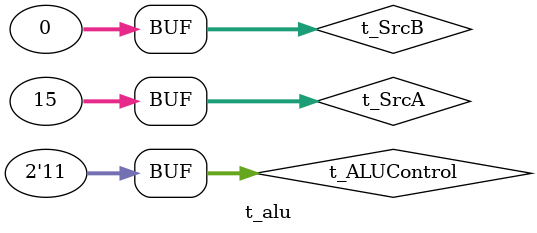
<source format=v>
`timescale 1ns/100ps

module t_alu;
    wire  [31:0]  t_ALUResult;
    wire  [3:0]   t_ALUFlags;
    reg   [1:0]   t_ALUControl;
    reg   [31:0]  t_SrcA, t_SrcB;

    alu   uut(t_ALUResult, t_ALUFlags, t_ALUControl, t_SrcA, t_SrcB);

    initial begin
        $display("ALUResult\t | SrcA\t\t SrcB\t\t Operation\t");
        $display("---------------------------------------------------------");
        $monitor("%h\t | %h\t %h\t %b",t_ALUResult, t_SrcA, t_SrcB, t_ALUControl);
        end

    initial begin
           t_SrcA = 32'h0000000F;   // Set SrcA
           t_SrcB = 32'h00000000;   // Set SrcB
    #10    t_ALUControl = 2'b00;    // ADD
    #10    t_ALUControl = 2'b01;    // SUB
    #10    t_ALUControl = 2'b10;    // AND
    #10    t_ALUControl = 2'b11;    // ORR
        end
endmodule
</source>
